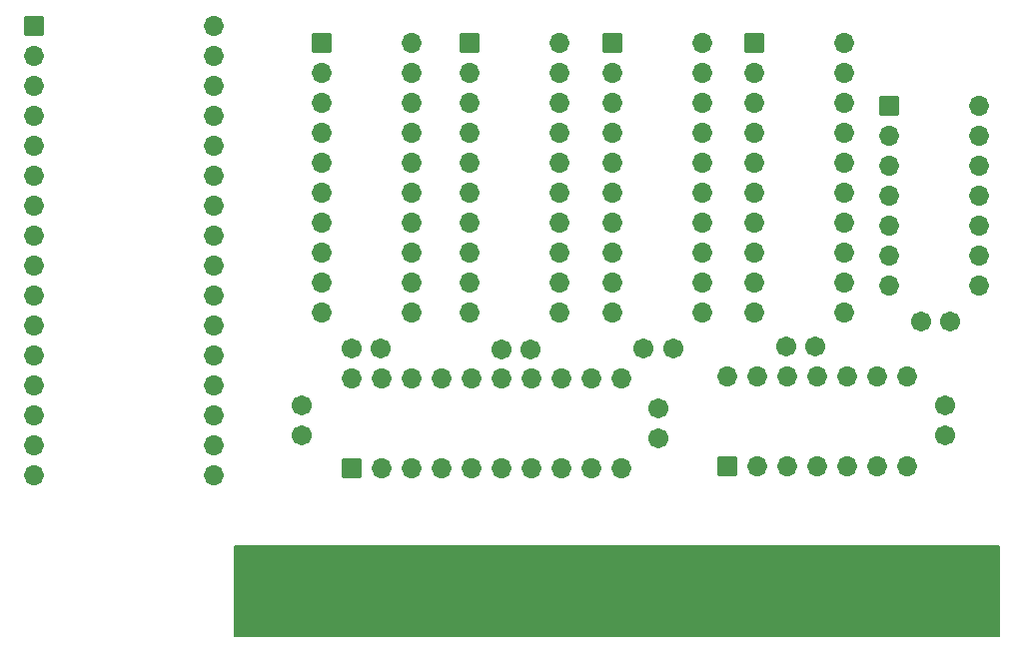
<source format=gbr>
G04 #@! TF.GenerationSoftware,KiCad,Pcbnew,(6.0.2-0)*
G04 #@! TF.CreationDate,2022-02-25T13:53:28-05:00*
G04 #@! TF.ProjectId,ProDOS ROM-Drive,50726f44-4f53-4205-924f-4d2d44726976,4.0*
G04 #@! TF.SameCoordinates,Original*
G04 #@! TF.FileFunction,Soldermask,Bot*
G04 #@! TF.FilePolarity,Negative*
%FSLAX46Y46*%
G04 Gerber Fmt 4.6, Leading zero omitted, Abs format (unit mm)*
G04 Created by KiCad (PCBNEW (6.0.2-0)) date 2022-02-25 13:53:28*
%MOMM*%
%LPD*%
G01*
G04 APERTURE LIST*
G04 Aperture macros list*
%AMRoundRect*
0 Rectangle with rounded corners*
0 $1 Rounding radius*
0 $2 $3 $4 $5 $6 $7 $8 $9 X,Y pos of 4 corners*
0 Add a 4 corners polygon primitive as box body*
4,1,4,$2,$3,$4,$5,$6,$7,$8,$9,$2,$3,0*
0 Add four circle primitives for the rounded corners*
1,1,$1+$1,$2,$3*
1,1,$1+$1,$4,$5*
1,1,$1+$1,$6,$7*
1,1,$1+$1,$8,$9*
0 Add four rect primitives between the rounded corners*
20,1,$1+$1,$2,$3,$4,$5,0*
20,1,$1+$1,$4,$5,$6,$7,0*
20,1,$1+$1,$6,$7,$8,$9,0*
20,1,$1+$1,$8,$9,$2,$3,0*%
G04 Aperture macros list end*
%ADD10C,0.150000*%
%ADD11RoundRect,0.051000X-0.800000X-0.800000X0.800000X-0.800000X0.800000X0.800000X-0.800000X0.800000X0*%
%ADD12O,1.702000X1.702000*%
%ADD13RoundRect,0.051000X0.800000X-0.800000X0.800000X0.800000X-0.800000X0.800000X-0.800000X-0.800000X0*%
%ADD14RoundRect,0.368500X-0.317500X-3.492500X0.317500X-3.492500X0.317500X3.492500X-0.317500X3.492500X0*%
%ADD15C,1.702000*%
G04 APERTURE END LIST*
D10*
X118607840Y-76776580D02*
X118607840Y-69156580D01*
X118607840Y-69156580D02*
X53837840Y-69156580D01*
X53837840Y-69156580D02*
X53837840Y-76776580D01*
X53837840Y-76776580D02*
X118607840Y-76776580D01*
G36*
X118607840Y-76776580D02*
G01*
X53837840Y-76776580D01*
X53837840Y-69156580D01*
X118607840Y-69156580D01*
X118607840Y-76776580D01*
G37*
X118607840Y-76776580D02*
X53837840Y-76776580D01*
X53837840Y-69156580D01*
X118607840Y-69156580D01*
X118607840Y-76776580D01*
X118607840Y-76776580D02*
X118607840Y-69156580D01*
X118607840Y-69156580D02*
X53837840Y-69156580D01*
X53837840Y-69156580D02*
X53837840Y-76776580D01*
X53837840Y-76776580D02*
X118607840Y-76776580D01*
G36*
X118607840Y-76776580D02*
G01*
X53837840Y-76776580D01*
X53837840Y-69156580D01*
X118607840Y-69156580D01*
X118607840Y-76776580D01*
G37*
X118607840Y-76776580D02*
X53837840Y-76776580D01*
X53837840Y-69156580D01*
X118607840Y-69156580D01*
X118607840Y-76776580D01*
D11*
X109336840Y-31818580D03*
D12*
X109336840Y-34358580D03*
X109336840Y-36898580D03*
X109336840Y-39438580D03*
X109336840Y-41978580D03*
X109336840Y-44518580D03*
X109336840Y-47058580D03*
X116956840Y-47058580D03*
X116956840Y-44518580D03*
X116956840Y-41978580D03*
X116956840Y-39438580D03*
X116956840Y-36898580D03*
X116956840Y-34358580D03*
X116956840Y-31818580D03*
D13*
X95620840Y-62425580D03*
D12*
X98160840Y-62425580D03*
X100700840Y-62425580D03*
X103240840Y-62425580D03*
X105780840Y-62425580D03*
X108320840Y-62425580D03*
X110860840Y-62425580D03*
X110860840Y-54805580D03*
X108320840Y-54805580D03*
X105780840Y-54805580D03*
X103240840Y-54805580D03*
X100700840Y-54805580D03*
X98160840Y-54805580D03*
X95620840Y-54805580D03*
D11*
X61203840Y-26484580D03*
D12*
X61203840Y-29024580D03*
X61203840Y-31564580D03*
X61203840Y-34104580D03*
X61203840Y-36644580D03*
X61203840Y-39184580D03*
X61203840Y-41724580D03*
X61203840Y-44264580D03*
X61203840Y-46804580D03*
X61203840Y-49344580D03*
X68823840Y-49344580D03*
X68823840Y-46804580D03*
X68823840Y-44264580D03*
X68823840Y-41724580D03*
X68823840Y-39184580D03*
X68823840Y-36644580D03*
X68823840Y-34104580D03*
X68823840Y-31564580D03*
X68823840Y-29024580D03*
X68823840Y-26484580D03*
D11*
X85841840Y-26484580D03*
D12*
X85841840Y-29024580D03*
X85841840Y-31564580D03*
X85841840Y-34104580D03*
X85841840Y-36644580D03*
X85841840Y-39184580D03*
X85841840Y-41724580D03*
X85841840Y-44264580D03*
X85841840Y-46804580D03*
X85841840Y-49344580D03*
X93461840Y-49344580D03*
X93461840Y-46804580D03*
X93461840Y-44264580D03*
X93461840Y-41724580D03*
X93461840Y-39184580D03*
X93461840Y-36644580D03*
X93461840Y-34104580D03*
X93461840Y-31564580D03*
X93461840Y-29024580D03*
X93461840Y-26484580D03*
D11*
X73776840Y-26484580D03*
D12*
X73776840Y-29024580D03*
X73776840Y-31564580D03*
X73776840Y-34104580D03*
X73776840Y-36644580D03*
X73776840Y-39184580D03*
X73776840Y-41724580D03*
X73776840Y-44264580D03*
X73776840Y-46804580D03*
X73776840Y-49344580D03*
X81396840Y-49344580D03*
X81396840Y-46804580D03*
X81396840Y-44264580D03*
X81396840Y-41724580D03*
X81396840Y-39184580D03*
X81396840Y-36644580D03*
X81396840Y-34104580D03*
X81396840Y-31564580D03*
X81396840Y-29024580D03*
X81396840Y-26484580D03*
D11*
X97906840Y-26484580D03*
D12*
X97906840Y-29024580D03*
X97906840Y-31564580D03*
X97906840Y-34104580D03*
X97906840Y-36644580D03*
X97906840Y-39184580D03*
X97906840Y-41724580D03*
X97906840Y-44264580D03*
X97906840Y-46804580D03*
X97906840Y-49344580D03*
X105526840Y-49344580D03*
X105526840Y-46804580D03*
X105526840Y-44264580D03*
X105526840Y-41724580D03*
X105526840Y-39184580D03*
X105526840Y-36644580D03*
X105526840Y-34104580D03*
X105526840Y-31564580D03*
X105526840Y-29024580D03*
X105526840Y-26484580D03*
D14*
X116702840Y-72966580D03*
X114162840Y-72966580D03*
X111622840Y-72966580D03*
X109082840Y-72966580D03*
X106542840Y-72966580D03*
X104002840Y-72966580D03*
X101462840Y-72966580D03*
X98922840Y-72966580D03*
X96382840Y-72966580D03*
X93842840Y-72966580D03*
X91302840Y-72966580D03*
X88762840Y-72966580D03*
X86222840Y-72966580D03*
X83682840Y-72966580D03*
X81142840Y-72966580D03*
X78602840Y-72966580D03*
X76062840Y-72966580D03*
X73522840Y-72966580D03*
X70982840Y-72966580D03*
X68442840Y-72966580D03*
X65902840Y-72966580D03*
X63362840Y-72966580D03*
X60822840Y-72966580D03*
X58282840Y-72966580D03*
X55742840Y-72966580D03*
D11*
X36873180Y-25057100D03*
D12*
X36873180Y-27597100D03*
X36873180Y-30137100D03*
X36873180Y-32677100D03*
X36873180Y-35217100D03*
X36873180Y-37757100D03*
X36873180Y-40297100D03*
X36873180Y-42837100D03*
X36873180Y-45377100D03*
X36873180Y-47917100D03*
X36873180Y-50457100D03*
X36873180Y-52997100D03*
X36873180Y-55537100D03*
X36873180Y-58077100D03*
X36873180Y-60617100D03*
X36873180Y-63157100D03*
X52113180Y-63157100D03*
X52113180Y-60617100D03*
X52113180Y-58077100D03*
X52113180Y-55537100D03*
X52113180Y-52997100D03*
X52113180Y-50457100D03*
X52113180Y-47917100D03*
X52113180Y-45377100D03*
X52113180Y-42837100D03*
X52113180Y-40297100D03*
X52113180Y-37757100D03*
X52113180Y-35217100D03*
X52113180Y-32677100D03*
X52113180Y-30137100D03*
X52113180Y-27597100D03*
X52113180Y-25057100D03*
D13*
X63743840Y-62552580D03*
D12*
X66283840Y-62552580D03*
X68823840Y-62552580D03*
X71363840Y-62552580D03*
X73903840Y-62552580D03*
X76443840Y-62552580D03*
X78983840Y-62552580D03*
X81523840Y-62552580D03*
X84063840Y-62552580D03*
X86603840Y-62552580D03*
X86603840Y-54932580D03*
X84063840Y-54932580D03*
X81523840Y-54932580D03*
X78983840Y-54932580D03*
X76443840Y-54932580D03*
X73903840Y-54932580D03*
X71363840Y-54932580D03*
X68823840Y-54932580D03*
X66283840Y-54932580D03*
X63743840Y-54932580D03*
D15*
X59552840Y-59758580D03*
X59552840Y-57258580D03*
X114035840Y-59758580D03*
X114035840Y-57258580D03*
X89778840Y-60012580D03*
X89778840Y-57512580D03*
X100573840Y-52265580D03*
X103073840Y-52265580D03*
X88508840Y-52392580D03*
X91008840Y-52392580D03*
X76443840Y-52519580D03*
X78943840Y-52519580D03*
X63743840Y-52392580D03*
X66243840Y-52392580D03*
X112003840Y-50106580D03*
X114503840Y-50106580D03*
M02*

</source>
